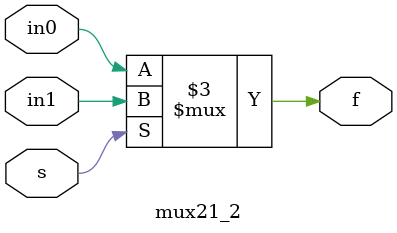
<source format=v>
module mux21 (in1, in0, s, f);
    input in1, in0, s;
    output reg f;

    always @ (in1 or in0 or s)
    begin
        if (s) f = in1;
        else f = in0;
    end
endmodule

module mux21_1 (in1, in0, s, f);
    input in1, in0, s;
    output reg f;

    always @ (in1, in0, s)
    begin
        if (s) f = in1;
        else f = in0;
    end
endmodule

module mux21_2 (in1, in0, s, f);
    input in1, in0, s;
    output reg f;

    //* => ANY OF INPUT VARIABLES CHANGE
    always @ (*)
    begin
        if (s) f = in1;
        else f = in0;
    end
endmodule
</source>
